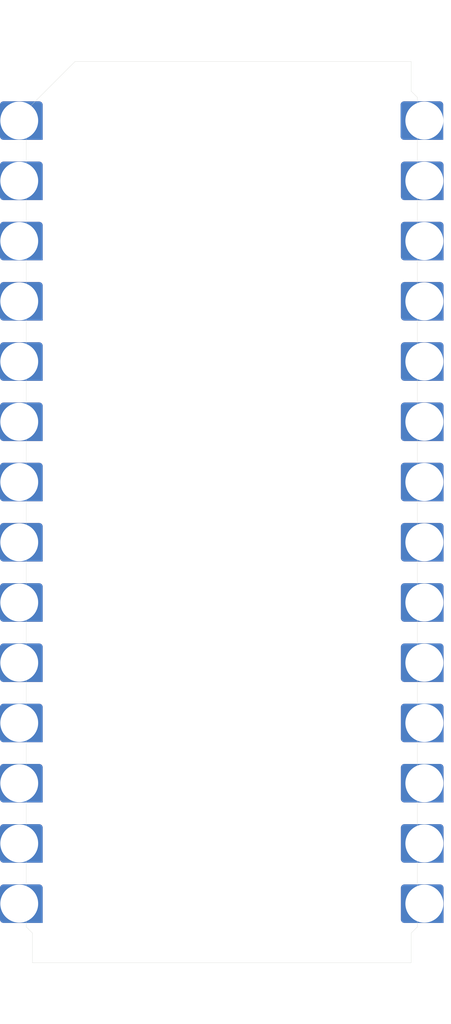
<source format=kicad_pcb>
(kicad_pcb (version 20171130) (host pcbnew 5.1.9-73d0e3b20d~88~ubuntu20.10.1)

  (general
    (thickness 1.6)
    (drawings 11)
    (tracks 0)
    (zones 0)
    (modules 1)
    (nets 1)
  )

  (page A4)
  (title_block
    (title "PCB to Fit Inside Molex 15-29-9282 Socket")
    (date 2021-03-16)
    (rev 002)
    (company b.kenyon.w@gmail.com)
  )

  (layers
    (0 Top signal)
    (31 Bottom signal)
    (32 B.Adhes user hide)
    (33 F.Adhes user hide)
    (34 B.Paste user hide)
    (35 F.Paste user hide)
    (36 B.SilkS user)
    (37 F.SilkS user)
    (38 B.Mask user)
    (39 F.Mask user)
    (40 Dwgs.User user)
    (41 Cmts.User user hide)
    (42 Eco1.User user hide)
    (43 Eco2.User user hide)
    (44 Edge.Cuts user)
    (45 Margin user hide)
    (46 B.CrtYd user hide)
    (47 F.CrtYd user hide)
    (48 B.Fab user hide)
    (49 F.Fab user hide)
  )

  (setup
    (last_trace_width 0.2032)
    (user_trace_width 0.2032)
    (user_trace_width 0.4064)
    (trace_clearance 0.2032)
    (zone_clearance 0.508)
    (zone_45_only no)
    (trace_min 0.1524)
    (via_size 0.508)
    (via_drill 0.254)
    (via_min_size 0.254)
    (via_min_drill 0.254)
    (user_via 0.508 0.254)
    (uvia_size 0.508)
    (uvia_drill 0.254)
    (uvias_allowed no)
    (uvia_min_size 0.508)
    (uvia_min_drill 0.1524)
    (edge_width 0.01)
    (segment_width 0.2032)
    (pcb_text_width 0.254)
    (pcb_text_size 1.2192 1.2192)
    (mod_edge_width 0.0762)
    (mod_text_size 0.6096 0.6096)
    (mod_text_width 0.0762)
    (pad_size 0.7 0.7)
    (pad_drill 0.7)
    (pad_to_mask_clearance 0)
    (aux_axis_origin 0 0)
    (grid_origin 147.2184 99.187)
    (visible_elements FFFFFFFF)
    (pcbplotparams
      (layerselection 0x01ff0_ffffffff)
      (usegerberextensions true)
      (usegerberattributes false)
      (usegerberadvancedattributes false)
      (creategerberjobfile false)
      (excludeedgelayer true)
      (linewidth 0.050800)
      (plotframeref false)
      (viasonmask false)
      (mode 1)
      (useauxorigin false)
      (hpglpennumber 1)
      (hpglpenspeed 20)
      (hpglpendiameter 15.000000)
      (psnegative false)
      (psa4output false)
      (plotreference true)
      (plotvalue true)
      (plotinvisibletext false)
      (padsonsilk false)
      (subtractmaskfromsilk true)
      (outputformat 1)
      (mirror false)
      (drillshape 0)
      (scaleselection 1)
      (outputdirectory "GERBER_Molex78805_PCB_chamfer"))
  )

  (net 0 "")

  (net_class Default "This is the default net class."
    (clearance 0.2032)
    (trace_width 0.2032)
    (via_dia 0.508)
    (via_drill 0.254)
    (uvia_dia 0.508)
    (uvia_drill 0.254)
    (diff_pair_width 0.2032)
    (diff_pair_gap 0.254)
  )

  (module 000_LOCAL:Molex78805_PCB (layer Top) (tedit 60508461) (tstamp 6051543D)
    (at 147.2184 99.187)
    (descr "Castellated edge contacts to fit Molex 78805 Socket")
    (solder_mask_margin 0.0508)
    (attr virtual)
    (fp_text reference J? (at -1.905 0 -90) (layer Dwgs.User) hide
      (effects (font (size 1.2065 1.2065) (thickness 0.127)) (justify bottom))
    )
    (fp_text value Molex78805_PCB (at 1.27 0 -90) (layer F.Fab) hide
      (effects (font (size 1.2065 1.2065) (thickness 0.1016)) (justify bottom))
    )
    (fp_text user "0.7 border on bottom - 36.6 x 14.4 x 1.4 usable bottom" (at -5.5 -17) (layer Dwgs.User)
      (effects (font (size 0.25 0.25) (thickness 0.02)) (justify left))
    )
    (fp_text user "10.0 x 1.0 retainer wedges on top" (at -3.5 -17.5) (layer Dwgs.User)
      (effects (font (size 0.25 0.25) (thickness 0.02)) (justify left))
    )
    (fp_text user "Castellation depth 0.5mm min" (at 6.35 0 -90) (layer Dwgs.User)
      (effects (font (size 1 1) (thickness 0.1)))
    )
    (fp_text user "Board outline: 0.01mm grid, copy Eco2.User" (at -6 0 -90) (layer Eco2.User)
      (effects (font (size 1 1) (thickness 0.1)))
    )
    (fp_text user "Eco1.User is Edge.Cuts for use without carrier." (at -4.445 0 -90) (layer Eco1.User)
      (effects (font (size 0.8 0.8) (thickness 0.05)))
    )
    (fp_line (start -5 19) (end 5 19) (layer Dwgs.User) (width 0.01))
    (fp_line (start -5 18) (end 5 18) (layer Dwgs.User) (width 0.01))
    (fp_line (start -5 18) (end -5 19) (layer Dwgs.User) (width 0.01))
    (fp_line (start 5 19) (end 5 18) (layer Dwgs.User) (width 0.01))
    (fp_line (start 5 -19) (end -5 -19) (layer Dwgs.User) (width 0.01))
    (fp_line (start 5 -18) (end 5 -19) (layer Dwgs.User) (width 0.01))
    (fp_line (start -5 -18) (end 5 -18) (layer Dwgs.User) (width 0.01))
    (fp_line (start -5 -19) (end -5 -18) (layer Dwgs.User) (width 0.01))
    (fp_line (start 8.27 15.24) (end 9.667 15.24) (layer Dwgs.User) (width 0.05))
    (fp_line (start 8.55 14.96) (end 8.27 15.24) (layer Dwgs.User) (width 0.05))
    (fp_line (start 8.27 15.24) (end 8.55 15.52) (layer Dwgs.User) (width 0.05))
    (fp_line (start 7.467 14.96) (end 7.747 15.24) (layer Dwgs.User) (width 0.05))
    (fp_line (start 7.747 15.24) (end 7.467 15.52) (layer Dwgs.User) (width 0.05))
    (fp_line (start 6.35 15.24) (end 7.747 15.24) (layer Dwgs.User) (width 0.05))
    (fp_line (start 6.35 12.065) (end 6.35 15.24) (layer Dwgs.User) (width 0.05))
    (fp_line (start 7.75716 17.78) (end 7.75716 12.7) (layer Dwgs.User) (width 0.01))
    (fp_line (start -6.2 -19) (end -8.26 -16.94) (layer Eco2.User) (width 0.01))
    (fp_line (start 8 -19) (end -6.2 -19) (layer Eco2.User) (width 0.01))
    (fp_line (start -8.26 17.49) (end -8.26 -16.94) (layer Eco2.User) (width 0.01))
    (fp_line (start 8.26 17.49) (end 8.26 -17.49) (layer Eco2.User) (width 0.01))
    (fp_line (start 8.26 -17.49) (end 8 -17.75) (layer Eco2.User) (width 0.01))
    (fp_line (start 8 -17.75) (end 8 -19) (layer Eco2.User) (width 0.01))
    (fp_line (start -8 17.75) (end -8.26 17.49) (layer Eco2.User) (width 0.01))
    (fp_line (start -8 19) (end -8 17.75) (layer Eco2.User) (width 0.01))
    (fp_line (start 8 17.75) (end 8.26 17.49) (layer Eco2.User) (width 0.01))
    (fp_line (start 8 19) (end 8 17.75) (layer Eco2.User) (width 0.01))
    (fp_line (start -8 19) (end 8 19) (layer Eco2.User) (width 0.01))
    (fp_line (start -0.762 -19.05) (end -0.762 -21.59) (layer Eco1.User) (width 0.01))
    (fp_line (start -0.762 -21.59) (end 0.762 -21.59) (layer Eco1.User) (width 0.01))
    (fp_line (start 0.762 -21.59) (end 0.762 -19.05) (layer Eco1.User) (width 0.01))
    (fp_line (start -4.5593 19.05) (end -4.5593 21.59) (layer Eco1.User) (width 0.01))
    (fp_line (start -4.5593 21.59) (end -3.0353 21.59) (layer Eco1.User) (width 0.01))
    (fp_line (start -3.0353 21.59) (end -3.0353 19.05) (layer Eco1.User) (width 0.01))
    (fp_line (start 4.5593 19.05) (end 4.5593 21.59) (layer Eco1.User) (width 0.01))
    (fp_line (start 4.5593 21.59) (end 3.0353 21.59) (layer Eco1.User) (width 0.01))
    (fp_line (start 3.0353 21.59) (end 3.0353 19.05) (layer Eco1.User) (width 0.01))
    (fp_line (start 3.0353 19.05) (end -3.0353 19.05) (layer Eco1.User) (width 0.01))
    (fp_line (start -8.26 19.05) (end -8.26 -19.05) (layer Eco1.User) (width 0.01))
    (fp_line (start 8.26 19.05) (end 8.26 -19.05) (layer Eco1.User) (width 0.01))
    (fp_line (start -8.26 -19.05) (end -0.762 -19.05) (layer Eco1.User) (width 0.01))
    (fp_line (start 0.762 -19.05) (end 8.26 -19.05) (layer Eco1.User) (width 0.01))
    (fp_line (start -8.26 19.05) (end -4.5593 19.05) (layer Eco1.User) (width 0.01))
    (fp_line (start 4.5593 19.05) (end 8.26 19.05) (layer Eco1.User) (width 0.01))
    (fp_poly (pts (xy -7.717 -15.8496) (xy -9.2156 -15.8496) (xy -9.2156 -17.1704) (xy -7.717 -17.1704)) (layer Bottom) (width 0.3048))
    (fp_poly (pts (xy -7.717 -15.8496) (xy -9.2156 -15.8496) (xy -9.2156 -17.1704) (xy -7.717 -17.1704)) (layer Top) (width 0.3048))
    (fp_poly (pts (xy -7.717 -13.3096) (xy -9.2156 -13.3096) (xy -9.2156 -14.6304) (xy -7.717 -14.6304)) (layer Top) (width 0.3048))
    (fp_poly (pts (xy -7.717 -10.7696) (xy -9.2156 -10.7696) (xy -9.2156 -12.0904) (xy -7.717 -12.0904)) (layer Top) (width 0.3048))
    (fp_poly (pts (xy -7.717 -8.2296) (xy -9.2156 -8.2296) (xy -9.2156 -9.5504) (xy -7.717 -9.5504)) (layer Top) (width 0.3048))
    (fp_poly (pts (xy -7.717 -5.6896) (xy -9.2156 -5.6896) (xy -9.2156 -7.0104) (xy -7.717 -7.0104)) (layer Top) (width 0.3048))
    (fp_poly (pts (xy -7.717 -3.1496) (xy -9.2156 -3.1496) (xy -9.2156 -4.4704) (xy -7.717 -4.4704)) (layer Top) (width 0.3048))
    (fp_poly (pts (xy -7.717 -0.6096) (xy -9.2156 -0.6096) (xy -9.2156 -1.9304) (xy -7.717 -1.9304)) (layer Top) (width 0.3048))
    (fp_poly (pts (xy -7.717 1.9304) (xy -9.2156 1.9304) (xy -9.2156 0.6096) (xy -7.717 0.6096)) (layer Top) (width 0.3048))
    (fp_poly (pts (xy -7.717 4.4704) (xy -9.2156 4.4704) (xy -9.2156 3.1496) (xy -7.717 3.1496)) (layer Top) (width 0.3048))
    (fp_poly (pts (xy -7.717 7.0104) (xy -9.2156 7.0104) (xy -9.2156 5.6896) (xy -7.717 5.6896)) (layer Top) (width 0.3048))
    (fp_poly (pts (xy -7.717 9.5504) (xy -9.2156 9.5504) (xy -9.2156 8.2296) (xy -7.717 8.2296)) (layer Top) (width 0.3048))
    (fp_poly (pts (xy -7.717 12.0904) (xy -9.2156 12.0904) (xy -9.2156 10.7696) (xy -7.717 10.7696)) (layer Top) (width 0.3048))
    (fp_poly (pts (xy -7.717 14.6304) (xy -9.2156 14.6304) (xy -9.2156 13.3096) (xy -7.717 13.3096)) (layer Top) (width 0.3048))
    (fp_poly (pts (xy -7.717 17.1704) (xy -9.2156 17.1704) (xy -9.2156 15.8496) (xy -7.717 15.8496)) (layer Top) (width 0.3048))
    (fp_poly (pts (xy -7.717 10.7696) (xy -9.2156 10.7696) (xy -9.2156 12.0904) (xy -7.717 12.0904)) (layer Bottom) (width 0.3048))
    (fp_poly (pts (xy -7.717 15.8496) (xy -9.2156 15.8496) (xy -9.2156 17.1704) (xy -7.717 17.1704)) (layer Bottom) (width 0.3048))
    (fp_poly (pts (xy -7.717 -14.6304) (xy -9.2156 -14.6304) (xy -9.2156 -13.3096) (xy -7.717 -13.3096)) (layer Bottom) (width 0.3048))
    (fp_poly (pts (xy -7.717 8.2296) (xy -9.2156 8.2296) (xy -9.2156 9.5504) (xy -7.717 9.5504)) (layer Bottom) (width 0.3048))
    (fp_poly (pts (xy -7.717 5.6896) (xy -9.2156 5.6896) (xy -9.2156 7.0104) (xy -7.717 7.0104)) (layer Bottom) (width 0.3048))
    (fp_poly (pts (xy -7.717 -7.0104) (xy -9.2156 -7.0104) (xy -9.2156 -5.6896) (xy -7.717 -5.6896)) (layer Bottom) (width 0.3048))
    (fp_poly (pts (xy -7.717 -9.5504) (xy -9.2156 -9.5504) (xy -9.2156 -8.2296) (xy -7.717 -8.2296)) (layer Bottom) (width 0.3048))
    (fp_poly (pts (xy -7.717 13.3096) (xy -9.2156 13.3096) (xy -9.2156 14.6304) (xy -7.717 14.6304)) (layer Bottom) (width 0.3048))
    (fp_poly (pts (xy -7.717 -1.9304) (xy -9.2156 -1.9304) (xy -9.2156 -0.6096) (xy -7.717 -0.6096)) (layer Bottom) (width 0.3048))
    (fp_poly (pts (xy -7.717 -4.4704) (xy -9.2156 -4.4704) (xy -9.2156 -3.1496) (xy -7.717 -3.1496)) (layer Bottom) (width 0.3048))
    (fp_poly (pts (xy -7.717 -12.0904) (xy -9.2156 -12.0904) (xy -9.2156 -10.7696) (xy -7.717 -10.7696)) (layer Bottom) (width 0.3048))
    (fp_poly (pts (xy -7.717 3.1496) (xy -9.2156 3.1496) (xy -9.2156 4.4704) (xy -7.717 4.4704)) (layer Bottom) (width 0.3048))
    (fp_poly (pts (xy -7.717 0.6096) (xy -9.2156 0.6096) (xy -9.2156 1.9304) (xy -7.717 1.9304)) (layer Bottom) (width 0.3048))
    (fp_poly (pts (xy 9.2029 -15.8496) (xy 7.7043 -15.8496) (xy 7.7043 -17.1704) (xy 9.2029 -17.1704)) (layer Bottom) (width 0.3048))
    (fp_poly (pts (xy 9.2029 -15.8496) (xy 7.7043 -15.8496) (xy 7.7043 -17.1704) (xy 9.2029 -17.1704)) (layer Top) (width 0.3048))
    (fp_poly (pts (xy 9.2156 -8.2296) (xy 7.717 -8.2296) (xy 7.717 -9.5504) (xy 9.2156 -9.5504)) (layer Top) (width 0.3048))
    (fp_poly (pts (xy 9.2156 15.8496) (xy 7.717 15.8496) (xy 7.717 17.1704) (xy 9.2156 17.1704)) (layer Bottom) (width 0.3048))
    (fp_poly (pts (xy 9.2156 -13.3096) (xy 7.717 -13.3096) (xy 7.717 -14.6304) (xy 9.2156 -14.6304)) (layer Top) (width 0.3048))
    (fp_poly (pts (xy 9.2156 -7.0104) (xy 7.717 -7.0104) (xy 7.717 -5.6896) (xy 9.2156 -5.6896)) (layer Bottom) (width 0.3048))
    (fp_poly (pts (xy 9.2156 5.6896) (xy 7.717 5.6896) (xy 7.717 7.0104) (xy 9.2156 7.0104)) (layer Bottom) (width 0.3048))
    (fp_poly (pts (xy 9.2156 17.1704) (xy 7.717 17.1704) (xy 7.717 15.8496) (xy 9.2156 15.8496)) (layer Top) (width 0.3048))
    (fp_poly (pts (xy 9.2156 -5.6896) (xy 7.717 -5.6896) (xy 7.717 -7.0104) (xy 9.2156 -7.0104)) (layer Top) (width 0.3048))
    (fp_poly (pts (xy 9.2156 -1.9304) (xy 7.717 -1.9304) (xy 7.717 -0.6096) (xy 9.2156 -0.6096)) (layer Bottom) (width 0.3048))
    (fp_poly (pts (xy 9.2156 -3.1496) (xy 7.717 -3.1496) (xy 7.717 -4.4704) (xy 9.2156 -4.4704)) (layer Top) (width 0.3048))
    (fp_poly (pts (xy 9.2156 9.5504) (xy 7.717 9.5504) (xy 7.717 8.2296) (xy 9.2156 8.2296)) (layer Top) (width 0.3048))
    (fp_poly (pts (xy 9.2156 12.0904) (xy 7.717 12.0904) (xy 7.717 10.7696) (xy 9.2156 10.7696)) (layer Top) (width 0.3048))
    (fp_poly (pts (xy 9.2156 -14.6304) (xy 7.717 -14.6304) (xy 7.717 -13.3096) (xy 9.2156 -13.3096)) (layer Bottom) (width 0.3048))
    (fp_poly (pts (xy 9.2156 -12.0904) (xy 7.717 -12.0904) (xy 7.717 -10.7696) (xy 9.2156 -10.7696)) (layer Bottom) (width 0.3048))
    (fp_poly (pts (xy 9.2156 3.1496) (xy 7.717 3.1496) (xy 7.717 4.4704) (xy 9.2156 4.4704)) (layer Bottom) (width 0.3048))
    (fp_poly (pts (xy 9.2156 0.6096) (xy 7.717 0.6096) (xy 7.717 1.9304) (xy 9.2156 1.9304)) (layer Bottom) (width 0.3048))
    (fp_poly (pts (xy 9.2156 -9.5504) (xy 7.717 -9.5504) (xy 7.717 -8.2296) (xy 9.2156 -8.2296)) (layer Bottom) (width 0.3048))
    (fp_poly (pts (xy 9.2156 -10.7696) (xy 7.717 -10.7696) (xy 7.717 -12.0904) (xy 9.2156 -12.0904)) (layer Top) (width 0.3048))
    (fp_poly (pts (xy 9.2156 13.3096) (xy 7.717 13.3096) (xy 7.717 14.6304) (xy 9.2156 14.6304)) (layer Bottom) (width 0.3048))
    (fp_poly (pts (xy 9.2156 8.2296) (xy 7.717 8.2296) (xy 7.717 9.5504) (xy 9.2156 9.5504)) (layer Bottom) (width 0.3048))
    (fp_poly (pts (xy 9.2156 -4.4704) (xy 7.717 -4.4704) (xy 7.717 -3.1496) (xy 9.2156 -3.1496)) (layer Bottom) (width 0.3048))
    (fp_poly (pts (xy 9.2156 4.4704) (xy 7.717 4.4704) (xy 7.717 3.1496) (xy 9.2156 3.1496)) (layer Top) (width 0.3048))
    (fp_poly (pts (xy 9.2156 10.7696) (xy 7.717 10.7696) (xy 7.717 12.0904) (xy 9.2156 12.0904)) (layer Bottom) (width 0.3048))
    (fp_poly (pts (xy 9.2156 7.0104) (xy 7.717 7.0104) (xy 7.717 5.6896) (xy 9.2156 5.6896)) (layer Top) (width 0.3048))
    (fp_poly (pts (xy 9.2156 14.6304) (xy 7.717 14.6304) (xy 7.717 13.3096) (xy 9.2156 13.3096)) (layer Top) (width 0.3048))
    (fp_poly (pts (xy 9.2156 -0.6096) (xy 7.717 -0.6096) (xy 7.717 -1.9304) (xy 9.2156 -1.9304)) (layer Top) (width 0.3048))
    (fp_poly (pts (xy 9.2156 1.9304) (xy 7.717 1.9304) (xy 7.717 0.6096) (xy 9.2156 0.6096)) (layer Top) (width 0.3048))
    (fp_line (start -7.5057 16.4846) (end -7.5057 16.5354) (layer Dwgs.User) (width 0.001))
    (fp_line (start -8.255 0.0508) (end -8.255 -0.0508) (layer Dwgs.User) (width 0.002))
    (fp_line (start -8.255 -20) (end -8.255 20) (layer Dwgs.User) (width 0.01))
    (fp_line (start 8.255 -20) (end 8.255 20) (layer Dwgs.User) (width 0.01))
    (fp_line (start -7.2 18.3) (end 7.2 18.3) (layer Dwgs.User) (width 0.01))
    (fp_line (start -7.2 -18.3) (end 7.2 -18.3) (layer Dwgs.User) (width 0.01))
    (fp_line (start -7.2 -18.3) (end -7.2 18.3) (layer Dwgs.User) (width 0.01))
    (fp_line (start 7.2 -18.3) (end 7.2 18.3) (layer Dwgs.User) (width 0.01))
    (fp_line (start -6 -18.3) (end -6 -17) (layer Dwgs.User) (width 0.01))
    (fp_line (start -6 -17) (end -5.5 -17) (layer Dwgs.User) (width 0.01))
    (fp_line (start -6 -18.3) (end -6.3 -18) (layer Dwgs.User) (width 0.01))
    (fp_line (start -6 -18.3) (end -5.7 -18) (layer Dwgs.User) (width 0.01))
    (fp_line (start -6 -19) (end -6 -20) (layer Dwgs.User) (width 0.01))
    (fp_line (start -6 -19) (end -6.3 -19.3) (layer Dwgs.User) (width 0.01))
    (fp_line (start -6 -19) (end -5.7 -19.3) (layer Dwgs.User) (width 0.01))
    (fp_line (start -4 -19) (end -4 -20) (layer Dwgs.User) (width 0.01))
    (fp_line (start -4 -19) (end -4.3 -19.3) (layer Dwgs.User) (width 0.01))
    (fp_line (start -4 -19) (end -3.7 -19.3) (layer Dwgs.User) (width 0.01))
    (fp_line (start -4 -18) (end -4.3 -17.7) (layer Dwgs.User) (width 0.01))
    (fp_line (start -4 -18) (end -3.7 -17.7) (layer Dwgs.User) (width 0.01))
    (fp_line (start -4 -18) (end -4 -17.5) (layer Dwgs.User) (width 0.01))
    (fp_line (start -4 -17.5) (end -3.5 -17.5) (layer Dwgs.User) (width 0.01))
    (pad 1 thru_hole circle (at -8.5552 -16.51) (size 1.6002 1.6002) (drill 1.59766) (layers *.Cu *.Mask)
      (zone_connect 0))
    (pad 28 thru_hole circle (at 8.5552 -16.51 180) (size 1.6002 1.6002) (drill 1.59766) (layers *.Cu *.Mask))
    (pad 14 thru_hole circle (at -8.5552 16.51) (size 1.6002 1.6002) (drill 1.59766) (layers *.Cu *.Mask)
      (zone_connect 0))
    (pad 27 thru_hole circle (at 8.5552 -13.97 180) (size 1.6002 1.6002) (drill 1.59766) (layers *.Cu *.Mask))
    (pad 13 thru_hole circle (at -8.5552 13.97) (size 1.6002 1.6002) (drill 1.59766) (layers *.Cu *.Mask)
      (zone_connect 0))
    (pad 26 thru_hole circle (at 8.5552 -11.43 180) (size 1.6002 1.6002) (drill 1.59766) (layers *.Cu *.Mask))
    (pad 12 thru_hole circle (at -8.5552 11.43) (size 1.6002 1.6002) (drill 1.59766) (layers *.Cu *.Mask)
      (zone_connect 0))
    (pad 25 thru_hole circle (at 8.5552 -8.89 180) (size 1.6002 1.6002) (drill 1.59766) (layers *.Cu *.Mask))
    (pad 11 thru_hole circle (at -8.5552 8.89) (size 1.6002 1.6002) (drill 1.59766) (layers *.Cu *.Mask)
      (zone_connect 0))
    (pad 24 thru_hole circle (at 8.5552 -6.35 180) (size 1.6002 1.6002) (drill 1.59766) (layers *.Cu *.Mask))
    (pad 10 thru_hole circle (at -8.5552 6.35) (size 1.6002 1.6002) (drill 1.59766) (layers *.Cu *.Mask)
      (zone_connect 0))
    (pad 23 thru_hole circle (at 8.5552 -3.81 180) (size 1.6002 1.6002) (drill 1.59766) (layers *.Cu *.Mask))
    (pad 9 thru_hole circle (at -8.5552 3.81) (size 1.6002 1.6002) (drill 1.59766) (layers *.Cu *.Mask)
      (zone_connect 0))
    (pad 22 thru_hole circle (at 8.5552 -1.27 180) (size 1.6002 1.6002) (drill 1.59766) (layers *.Cu *.Mask))
    (pad 8 thru_hole circle (at -8.5552 1.27) (size 1.6002 1.6002) (drill 1.59766) (layers *.Cu *.Mask)
      (zone_connect 0))
    (pad 21 thru_hole circle (at 8.5552 1.27 180) (size 1.6002 1.6002) (drill 1.59766) (layers *.Cu *.Mask))
    (pad 7 thru_hole circle (at -8.5552 -1.27) (size 1.6002 1.6002) (drill 1.59766) (layers *.Cu *.Mask)
      (zone_connect 0))
    (pad 20 thru_hole circle (at 8.5552 3.81 180) (size 1.6002 1.6002) (drill 1.59766) (layers *.Cu *.Mask))
    (pad 6 thru_hole circle (at -8.5552 -3.81) (size 1.6002 1.6002) (drill 1.59766) (layers *.Cu *.Mask)
      (zone_connect 0))
    (pad 19 thru_hole circle (at 8.5552 6.35 180) (size 1.6002 1.6002) (drill 1.59766) (layers *.Cu *.Mask))
    (pad 5 thru_hole circle (at -8.5552 -6.35) (size 1.6002 1.6002) (drill 1.59766) (layers *.Cu *.Mask)
      (zone_connect 0))
    (pad 18 thru_hole circle (at 8.5552 8.89 180) (size 1.6002 1.6002) (drill 1.59766) (layers *.Cu *.Mask))
    (pad 4 thru_hole circle (at -8.5552 -8.89) (size 1.6002 1.6002) (drill 1.59766) (layers *.Cu *.Mask)
      (zone_connect 0))
    (pad 17 thru_hole circle (at 8.5552 11.43 180) (size 1.6002 1.6002) (drill 1.59766) (layers *.Cu *.Mask))
    (pad 3 thru_hole circle (at -8.5552 -11.43) (size 1.6002 1.6002) (drill 1.59766) (layers *.Cu *.Mask)
      (zone_connect 0))
    (pad 16 thru_hole circle (at 8.5552 13.97 180) (size 1.6002 1.6002) (drill 1.59766) (layers *.Cu *.Mask))
    (pad 2 thru_hole circle (at -8.5552 -13.97) (size 1.6002 1.6002) (drill 1.59766) (layers *.Cu *.Mask)
      (zone_connect 0))
    (pad 15 thru_hole circle (at 8.5552 16.51 180) (size 1.6002 1.6002) (drill 1.59766) (layers *.Cu *.Mask))
    (model ${KIPRJMOD}/000_LOCAL.pretty/3d/Molex78805_PCB_Carrier_chamfer.step
      (offset (xyz 0 0 -0.25))
      (scale (xyz 1 1 1))
      (rotate (xyz 0 0 90))
    )
  )

  (gr_line (start 139.2184 116.937) (end 139.2184 118.187) (layer Edge.Cuts) (width 0.01) (tstamp 60502A91))
  (gr_line (start 138.9584 116.677) (end 139.2184 116.937) (layer Edge.Cuts) (width 0.01))
  (gr_line (start 138.9584 82.247) (end 138.9584 116.677) (layer Edge.Cuts) (width 0.01))
  (gr_line (start 141.0184 80.187) (end 138.9584 82.247) (layer Edge.Cuts) (width 0.01))
  (gr_line (start 155.2184 80.187) (end 141.0184 80.187) (layer Edge.Cuts) (width 0.01))
  (gr_line (start 155.2184 81.437) (end 155.2184 80.187) (layer Edge.Cuts) (width 0.01))
  (gr_line (start 155.4784 81.697) (end 155.2184 81.437) (layer Edge.Cuts) (width 0.01))
  (gr_line (start 155.4784 116.677) (end 155.4784 81.697) (layer Edge.Cuts) (width 0.01))
  (gr_line (start 155.2184 116.937) (end 155.4784 116.677) (layer Edge.Cuts) (width 0.01))
  (gr_line (start 155.2184 118.187) (end 155.2184 116.937) (layer Edge.Cuts) (width 0.01))
  (gr_line (start 139.2184 118.187) (end 155.2184 118.187) (layer Edge.Cuts) (width 0.01))

)

</source>
